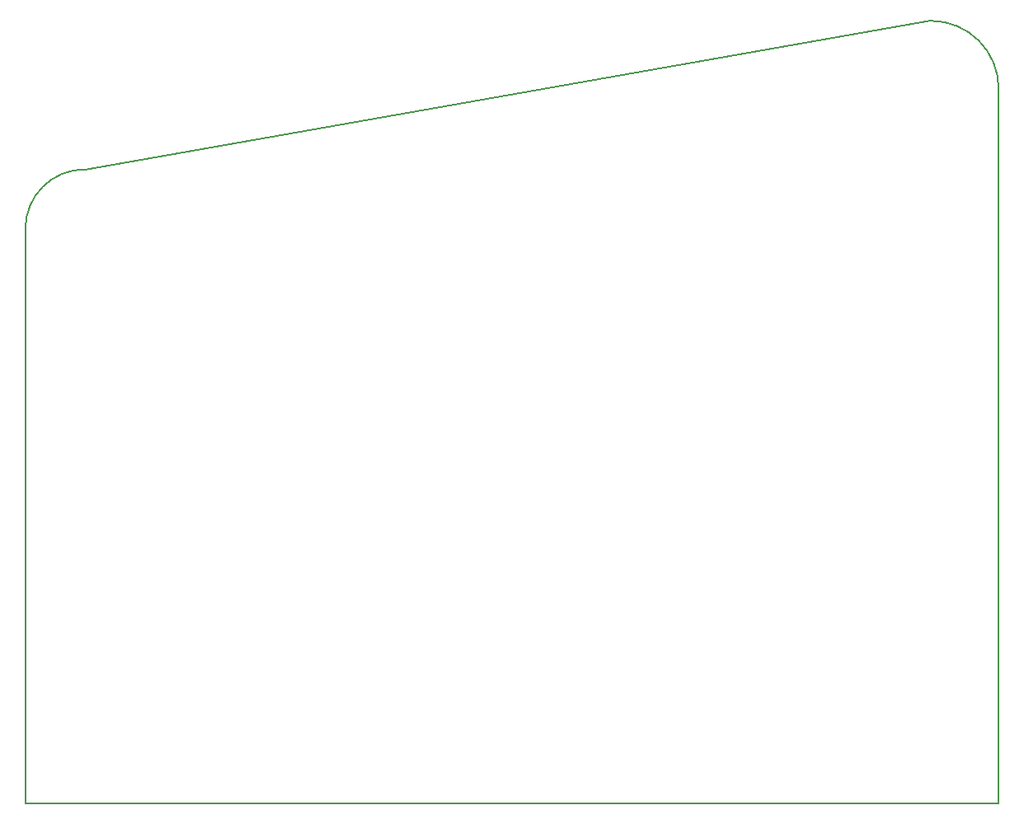
<source format=gm1>
G04 #@! TF.FileFunction,Profile,NP*
%FSLAX46Y46*%
G04 Gerber Fmt 4.6, Leading zero omitted, Abs format (unit mm)*
G04 Created by KiCad (PCBNEW (2016-07-28 BZR 6996, Git e15ad93)-product) date Thu Oct 20 17:42:39 2016*
%MOMM*%
%LPD*%
G01*
G04 APERTURE LIST*
%ADD10C,0.100000*%
%ADD11C,0.200000*%
G04 APERTURE END LIST*
D10*
D11*
X51612800Y-80822800D02*
X138503660Y-65557400D01*
X145465800Y-72519540D02*
G75*
G03X138503660Y-65557400I-6962140J0D01*
G01*
X51612800Y-80822800D02*
G75*
G03X45516800Y-86918800I0J-6096000D01*
G01*
X145465800Y-145973800D02*
X145465800Y-72519540D01*
X45516800Y-145973800D02*
X45516800Y-86918800D01*
X145465800Y-145973800D02*
X45516800Y-145973800D01*
M02*

</source>
